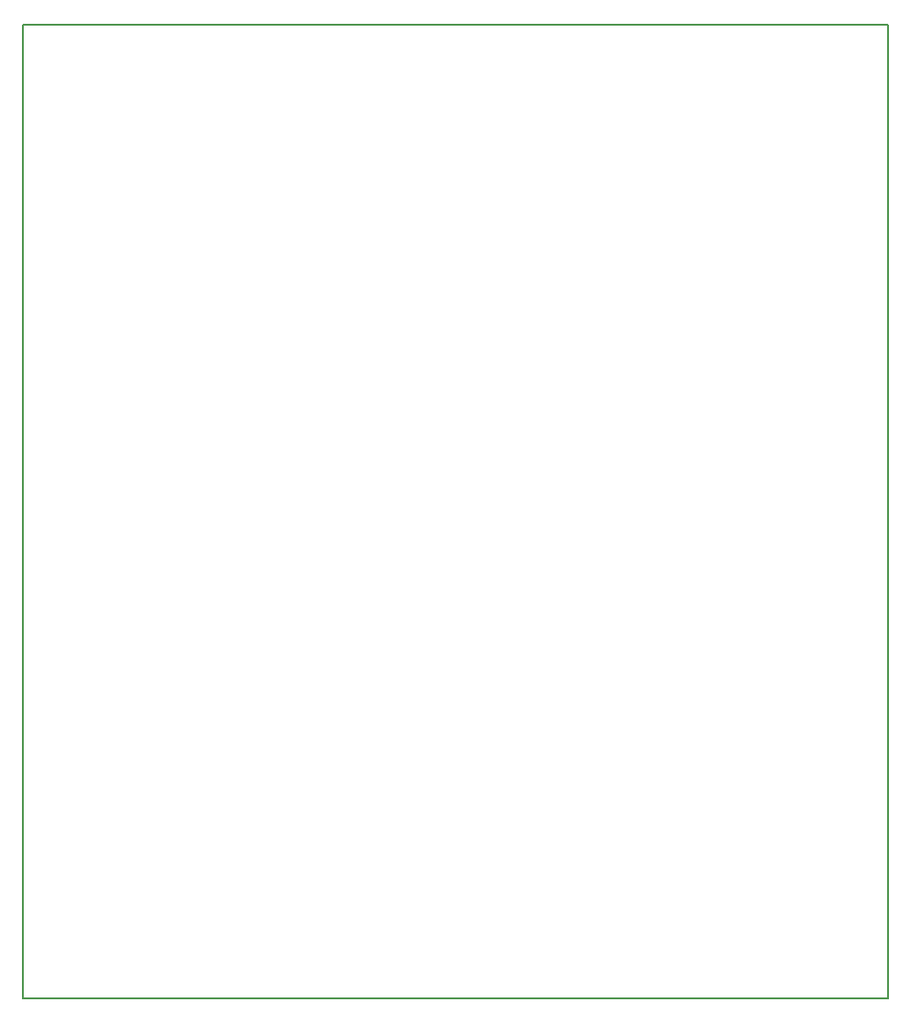
<source format=gbr>
%TF.GenerationSoftware,KiCad,Pcbnew,7.0.9*%
%TF.CreationDate,2024-04-10T12:45:34-03:00*%
%TF.ProjectId,v0.3,76302e33-2e6b-4696-9361-645f70636258,rev?*%
%TF.SameCoordinates,Original*%
%TF.FileFunction,Profile,NP*%
%FSLAX46Y46*%
G04 Gerber Fmt 4.6, Leading zero omitted, Abs format (unit mm)*
G04 Created by KiCad (PCBNEW 7.0.9) date 2024-04-10 12:45:34*
%MOMM*%
%LPD*%
G01*
G04 APERTURE LIST*
%TA.AperFunction,Profile*%
%ADD10C,0.200000*%
%TD*%
G04 APERTURE END LIST*
D10*
X50000000Y-50000000D02*
X130000000Y-50000000D01*
X130000000Y-140000000D01*
X50000000Y-140000000D01*
X50000000Y-50000000D01*
M02*

</source>
